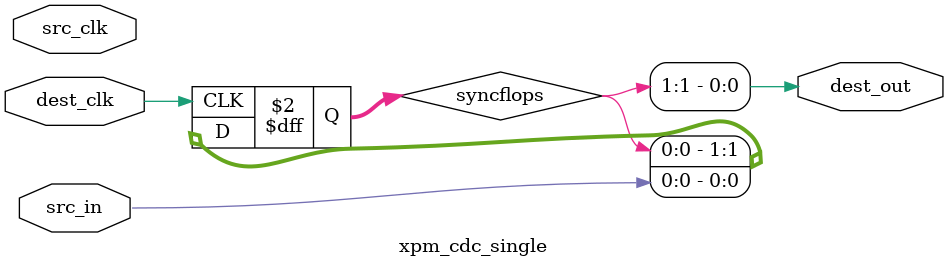
<source format=v>
`timescale 1ps/1ps

/*******************************************************************************
 *
 *  NetFPGA-1G-CML http://www.netfpga.org
 *
 *  File:
 *        pseudo_xpm_cdc_single.v
 *
 *  Library:
 *        hw/std/pcores/dma_v1_20_a
 *
 *  Module:
 *        xpm_cdc_single
 *
 *  Author:
 *        Jack Meador
 *
 *  Description:
 * 
 *        This module substitutes for the xpm_cdc_single synchronizer macro
 *        available in the Vivado Design Suite, but not found in ISE/EDK.
 * 
 *        It is included here to help keep the legacy NetFPGA dma design
 *        forward-compatible with contemporary pcie_7x cores. It is only 
 *        intended to support the dma functionality required by legacy 
 *        NetFPGA ISE/EDK designs. 
 * 
 *  Copyright notice:
 *        Copyright (C) 2017 Computer Measurement Laboratory, LLC
 *
 *  Licence:
 *        This file is part of the NetFPGA_1G_CML ISE/EDK development base package.
 *
 *        This file is free code: you can redistribute it and/or modify it under
 *        the terms of the GNU Lesser General Public License version 2.1 as
 *        published by the Free Software Foundation.
 *
 *        This package is distributed in the hope that it will be useful, but
 *        WITHOUT ANY WARRANTY; without even the implied warranty of
 *        MERCHANTABILITY or FITNESS FOR A PARTICULAR PURPOSE.  See the GNU
 *        Lesser General Public License for more details.
 *
 *        You should have received a copy of the GNU Lesser General Public
 *        License along with the NetFPGA source package.  If not, see
 *        http://www.gnu.org/licenses/.
 *
 */


module xpm_cdc_single #(
  parameter DEST_SYNC_FF  = 2,          // number of sync stages
  parameter SRC_INPUT_REG = 0           // parameter included but not supported here
  ) (
  input src_clk,                        // not used here
  input src_in,
  input dest_clk,
  output dest_out
  );

reg [DEST_SYNC_FF-1:0] syncflops;

assign dest_out = syncflops[DEST_SYNC_FF-1];

// sync flops
always @(posedge dest_clk) begin
        syncflops<= {syncflops[DEST_SYNC_FF-2:0], src_in};
        end

endmodule

</source>
